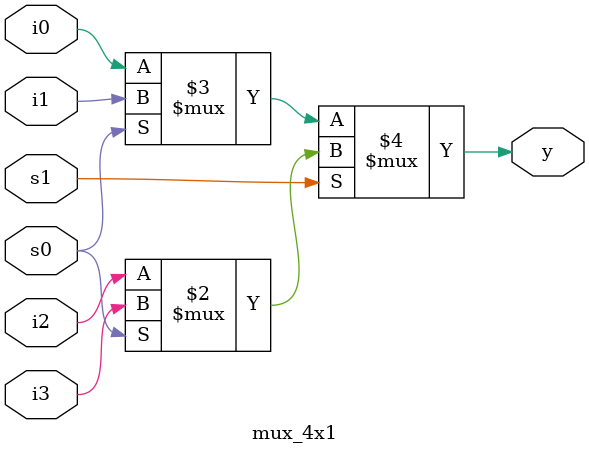
<source format=v>
module mux_4x1(input s1,s0,i0,i1,i2,i3,output reg y);

always @(*)
begin
y=s1?(s0?i3:i2):(s0?i1:i0);


end
endmodule 
 

</source>
